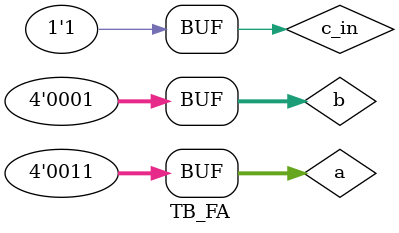
<source format=v>
module fulladd4(A,B,Cin,SUM,Cout) ;
output[3:0]SUM;
output Cout;
input[3:0]A,B;
input Cin;
assign {Cout,SUM}=A+B+Cin;
endmodule
////////////////////////

module TB_FA();
   reg[3:0]a,b;
   reg c_in;
   wire[3:0]s;
   wire c_o;
   fulladd4 f1(.A(a),.B(b),.Cin(c_in),.SUM(s),.Cout(c_o));

initial 
     begin
         a=4'b0000;b=4'b0001;c_in=1'b0;
         #100;

         a=4'b0011;b=4'b0011;c_in=1'b0;
         #100;
         a=4'b1111;b=4'b1011;c_in=1'b0;
         #100;
         a=4'b0011;b=4'b0001;c_in=1'b1;
         #100;
      end



endmodule

</source>
